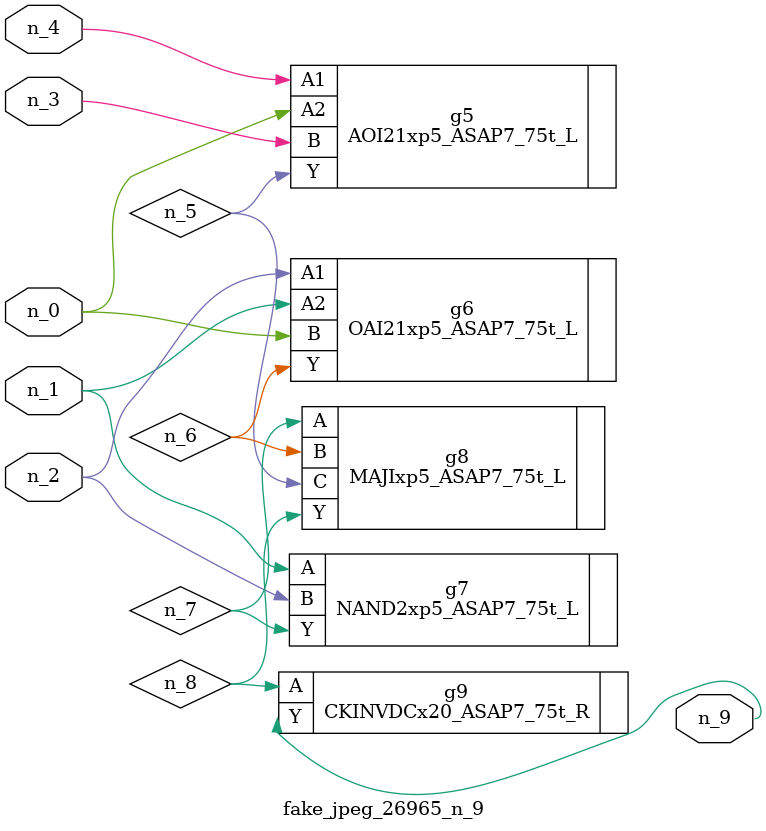
<source format=v>
module fake_jpeg_26965_n_9 (n_3, n_2, n_1, n_0, n_4, n_9);

input n_3;
input n_2;
input n_1;
input n_0;
input n_4;

output n_9;

wire n_8;
wire n_6;
wire n_5;
wire n_7;

AOI21xp5_ASAP7_75t_L g5 ( 
.A1(n_4),
.A2(n_0),
.B(n_3),
.Y(n_5)
);

OAI21xp5_ASAP7_75t_L g6 ( 
.A1(n_2),
.A2(n_1),
.B(n_0),
.Y(n_6)
);

NAND2xp5_ASAP7_75t_L g7 ( 
.A(n_1),
.B(n_2),
.Y(n_7)
);

MAJIxp5_ASAP7_75t_L g8 ( 
.A(n_7),
.B(n_6),
.C(n_5),
.Y(n_8)
);

CKINVDCx20_ASAP7_75t_R g9 ( 
.A(n_8),
.Y(n_9)
);


endmodule
</source>
